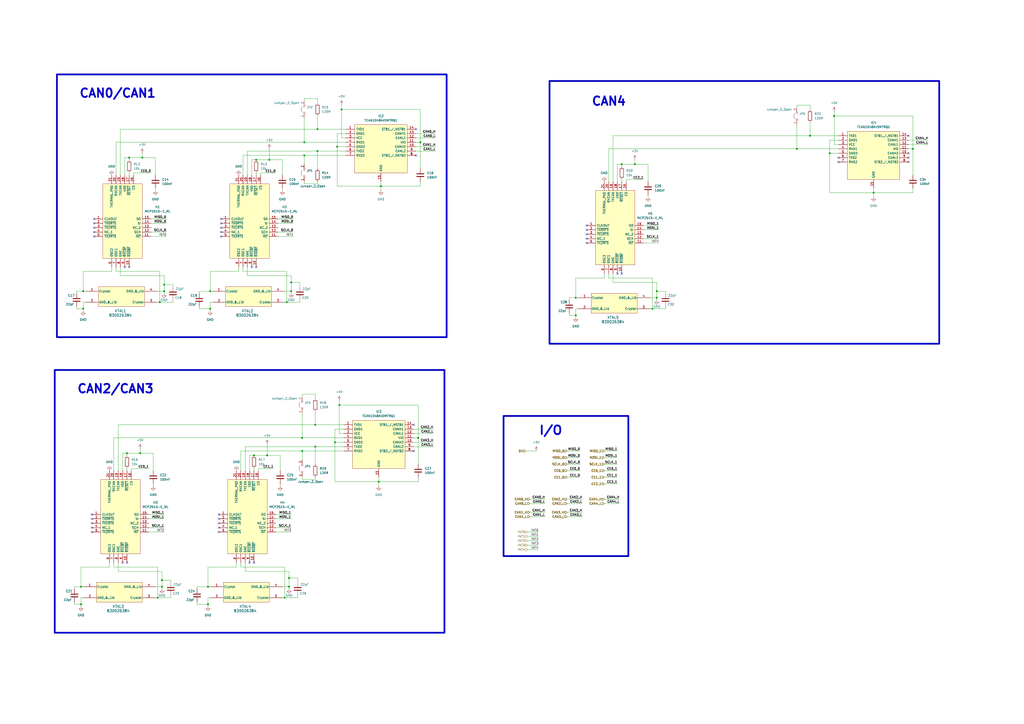
<source format=kicad_sch>
(kicad_sch (version 20230121) (generator eeschema)
  (paper "A2")
  (junction (at 168.91 168.91))
  (junction (at 176.53 90.17))
  (junction (at 182.88 259.08))
  (junction (at 242.57 254))
  (junction (at 91.44 346.71))
  (junction (at 121.92 179.07))
  (junction (at 167.64 335.28))
  (junction (at 381 172.72))
  (junction (at 168.91 163.83))
  (junction (at 48.26 168.91))
  (junction (at 121.92 168.91))
  (junction (at 176.53 82.55))
  (junction (at 182.88 246.38))
  (junction (at 166.37 175.26))
  (junction (at 220.98 107.95))
  (junction (at 184.15 87.63))
  (junction (at 93.98 336.55))
  (junction (at 148.59 92.71))
  (junction (at 74.93 91.44))
  (junction (at 481.33 88.9))
  (junction (at 378.46 179.07))
  (junction (at 167.64 340.36))
  (junction (at 46.99 350.52))
  (junction (at 95.25 168.91))
  (junction (at 198.12 63.5))
  (junction (at 194.31 256.54))
  (junction (at 506.73 111.76))
  (junction (at 381 168.91))
  (junction (at 93.98 340.36))
  (junction (at 48.26 179.07))
  (junction (at 184.15 74.93))
  (junction (at 219.71 279.4))
  (junction (at 82.55 91.44))
  (junction (at 195.58 85.09))
  (junction (at 81.28 262.89))
  (junction (at 529.59 86.36))
  (junction (at 156.21 92.71))
  (junction (at 95.25 165.1))
  (junction (at 469.9 78.74))
  (junction (at 92.71 175.26))
  (junction (at 334.01 182.88))
  (junction (at 334.01 172.72))
  (junction (at 165.1 346.71))
  (junction (at 175.26 261.62))
  (junction (at 483.87 67.31))
  (junction (at 154.94 264.16))
  (junction (at 462.28 86.36))
  (junction (at 243.84 82.55))
  (junction (at 120.65 340.36))
  (junction (at 196.85 234.95))
  (junction (at 147.32 264.16))
  (junction (at 368.3 95.25))
  (junction (at 73.66 262.89))
  (junction (at 175.26 254))
  (junction (at 46.99 340.36))
  (junction (at 360.68 95.25))
  (junction (at 120.65 350.52))
  (no_connect (at 527.05 78.74))
  (no_connect (at 358.14 158.75))
  (no_connect (at 340.36 140.97))
  (no_connect (at 240.03 246.38))
  (no_connect (at 240.03 261.62))
  (no_connect (at 241.3 74.93))
  (no_connect (at 127 298.45))
  (no_connect (at 74.93 154.94))
  (no_connect (at 72.39 154.94))
  (no_connect (at 53.34 308.61))
  (no_connect (at 53.34 300.99))
  (no_connect (at 128.27 134.62))
  (no_connect (at 340.36 138.43))
  (no_connect (at 54.61 137.16))
  (no_connect (at 128.27 137.16))
  (no_connect (at 486.41 93.98))
  (no_connect (at 127 300.99))
  (no_connect (at 486.41 91.44))
  (no_connect (at 527.05 91.44))
  (no_connect (at 73.66 326.39))
  (no_connect (at 340.36 133.35))
  (no_connect (at 53.34 298.45))
  (no_connect (at 146.05 154.94))
  (no_connect (at 148.59 154.94))
  (no_connect (at 127 303.53))
  (no_connect (at 54.61 129.54))
  (no_connect (at 360.68 158.75))
  (no_connect (at 71.12 326.39))
  (no_connect (at 53.34 303.53))
  (no_connect (at 128.27 132.08))
  (no_connect (at 127 306.07))
  (no_connect (at 128.27 129.54))
  (no_connect (at 54.61 134.62))
  (no_connect (at 527.05 88.9))
  (no_connect (at 53.34 306.07))
  (no_connect (at 144.78 326.39))
  (no_connect (at 54.61 132.08))
  (no_connect (at 128.27 127))
  (no_connect (at 147.32 326.39))
  (no_connect (at 340.36 130.81))
  (no_connect (at 340.36 135.89))
  (no_connect (at 127 308.61))
  (no_connect (at 241.3 90.17))
  (no_connect (at 54.61 127))
  (no_connect (at 527.05 93.98))
  (wire (pts (xy 483.87 64.77) (xy 483.87 67.31)))
  (wire (pts (xy 483.87 67.31) (xy 483.87 83.82)))
  (wire (pts (xy 139.7 261.62) (xy 139.7 273.05)))
  (wire (pts (xy 373.38 140.97) (xy 382.27 140.97)))
  (wire (pts (xy 86.36 300.99) (xy 95.25 300.99)))
  (wire (pts (xy 91.44 346.71) (xy 90.17 346.71)))
  (wire (pts (xy 148.59 100.33) (xy 148.59 101.6)))
  (wire (pts (xy 173.99 175.26) (xy 166.37 175.26)))
  (wire (pts (xy 64.77 157.48) (xy 64.77 154.94)))
  (wire (pts (xy 115.57 179.07) (xy 121.92 179.07)))
  (wire (pts (xy 328.93 273.05) (xy 336.55 273.05)))
  (wire (pts (xy 527.05 86.36) (xy 529.59 86.36)))
  (wire (pts (xy 43.18 340.36) (xy 46.99 340.36)))
  (wire (pts (xy 149.86 271.78) (xy 149.86 273.05)))
  (wire (pts (xy 142.24 331.47) (xy 167.64 331.47)))
  (wire (pts (xy 77.47 100.33) (xy 77.47 101.6)))
  (wire (pts (xy 368.3 92.71) (xy 368.3 95.25)))
  (wire (pts (xy 242.57 276.86) (xy 242.57 279.4)))
  (wire (pts (xy 330.2 172.72) (xy 334.01 172.72)))
  (wire (pts (xy 184.15 87.63) (xy 200.66 87.63)))
  (wire (pts (xy 304.8 261.62) (xy 311.15 261.62)))
  (wire (pts (xy 240.03 254) (xy 242.57 254)))
  (wire (pts (xy 91.44 168.91) (xy 95.25 168.91)))
  (wire (pts (xy 240.03 259.08) (xy 251.46 259.08)))
  (wire (pts (xy 81.28 260.35) (xy 81.28 262.89)))
  (wire (pts (xy 120.65 350.52) (xy 120.65 346.71)))
  (wire (pts (xy 176.53 90.17) (xy 200.66 90.17)))
  (wire (pts (xy 196.85 234.95) (xy 196.85 251.46)))
  (wire (pts (xy 165.1 168.91) (xy 168.91 168.91)))
  (wire (pts (xy 241.3 77.47) (xy 252.73 77.47)))
  (wire (pts (xy 95.25 160.02) (xy 95.25 165.1)))
  (wire (pts (xy 93.98 331.47) (xy 93.98 336.55)))
  (wire (pts (xy 243.84 63.5) (xy 198.12 63.5)))
  (wire (pts (xy 120.65 340.36) (xy 120.65 328.93)))
  (wire (pts (xy 100.33 173.99) (xy 100.33 175.26)))
  (wire (pts (xy 140.97 157.48) (xy 140.97 154.94)))
  (wire (pts (xy 358.14 95.25) (xy 358.14 105.41)))
  (wire (pts (xy 355.6 105.41) (xy 355.6 78.74)))
  (wire (pts (xy 328.93 299.72) (xy 337.82 299.72)))
  (wire (pts (xy 48.26 168.91) (xy 48.26 157.48)))
  (wire (pts (xy 93.98 340.36) (xy 93.98 341.63)))
  (wire (pts (xy 306.07 313.69) (xy 312.42 313.69)))
  (wire (pts (xy 160.02 300.99) (xy 168.91 300.99)))
  (wire (pts (xy 139.7 328.93) (xy 139.7 326.39)))
  (wire (pts (xy 375.92 105.41) (xy 375.92 95.25)))
  (wire (pts (xy 381 172.72) (xy 381 173.99)))
  (wire (pts (xy 194.31 248.92) (xy 194.31 256.54)))
  (wire (pts (xy 156.21 92.71) (xy 163.83 92.71)))
  (wire (pts (xy 160.02 306.07) (xy 168.91 306.07)))
  (wire (pts (xy 81.28 262.89) (xy 73.66 262.89)))
  (wire (pts (xy 48.26 340.36) (xy 46.99 340.36)))
  (wire (pts (xy 114.3 350.52) (xy 120.65 350.52)))
  (wire (pts (xy 200.66 77.47) (xy 195.58 77.47)))
  (wire (pts (xy 63.5 328.93) (xy 63.5 326.39)))
  (wire (pts (xy 68.58 246.38) (xy 182.88 246.38)))
  (wire (pts (xy 44.45 179.07) (xy 48.26 179.07)))
  (wire (pts (xy 360.68 95.25) (xy 360.68 96.52)))
  (wire (pts (xy 175.26 229.87) (xy 175.26 228.6)))
  (wire (pts (xy 69.85 74.93) (xy 184.15 74.93)))
  (wire (pts (xy 220.98 105.41) (xy 220.98 107.95)))
  (wire (pts (xy 168.91 163.83) (xy 168.91 168.91)))
  (wire (pts (xy 334.01 184.15) (xy 334.01 182.88)))
  (wire (pts (xy 72.39 91.44) (xy 74.93 91.44)))
  (wire (pts (xy 373.38 138.43) (xy 382.27 138.43)))
  (wire (pts (xy 195.58 107.95) (xy 220.98 107.95)))
  (wire (pts (xy 360.68 105.41) (xy 360.68 104.14)))
  (wire (pts (xy 87.63 129.54) (xy 96.52 129.54)))
  (wire (pts (xy 381 163.83) (xy 381 168.91)))
  (wire (pts (xy 175.26 254) (xy 66.04 254)))
  (wire (pts (xy 199.39 248.92) (xy 194.31 248.92)))
  (wire (pts (xy 350.52 289.56) (xy 359.41 289.56)))
  (wire (pts (xy 48.26 180.34) (xy 48.26 179.07)))
  (wire (pts (xy 176.53 82.55) (xy 67.31 82.55)))
  (wire (pts (xy 99.06 336.55) (xy 93.98 336.55)))
  (wire (pts (xy 350.52 276.86) (xy 358.14 276.86)))
  (wire (pts (xy 115.57 177.8) (xy 115.57 179.07)))
  (wire (pts (xy 156.21 92.71) (xy 148.59 92.71)))
  (wire (pts (xy 99.06 346.71) (xy 91.44 346.71)))
  (wire (pts (xy 241.3 87.63) (xy 252.73 87.63)))
  (wire (pts (xy 167.64 335.28) (xy 167.64 340.36)))
  (wire (pts (xy 143.51 87.63) (xy 184.15 87.63)))
  (wire (pts (xy 334.01 179.07) (xy 335.28 179.07)))
  (wire (pts (xy 95.25 168.91) (xy 95.25 170.18)))
  (wire (pts (xy 48.26 157.48) (xy 64.77 157.48)))
  (wire (pts (xy 462.28 60.96) (xy 469.9 60.96)))
  (wire (pts (xy 358.14 95.25) (xy 360.68 95.25)))
  (wire (pts (xy 176.53 58.42) (xy 176.53 57.15)))
  (wire (pts (xy 166.37 175.26) (xy 165.1 175.26)))
  (wire (pts (xy 184.15 67.31) (xy 184.15 74.93)))
  (wire (pts (xy 481.33 111.76) (xy 506.73 111.76)))
  (wire (pts (xy 48.26 179.07) (xy 48.26 175.26)))
  (wire (pts (xy 142.24 326.39) (xy 142.24 331.47)))
  (wire (pts (xy 87.63 127) (xy 96.52 127)))
  (wire (pts (xy 172.72 335.28) (xy 167.64 335.28)))
  (wire (pts (xy 46.99 340.36) (xy 46.99 328.93)))
  (wire (pts (xy 142.24 259.08) (xy 182.88 259.08)))
  (wire (pts (xy 121.92 179.07) (xy 121.92 175.26)))
  (wire (pts (xy 82.55 91.44) (xy 90.17 91.44)))
  (wire (pts (xy 46.99 328.93) (xy 63.5 328.93)))
  (wire (pts (xy 114.3 340.36) (xy 120.65 340.36)))
  (wire (pts (xy 378.46 179.07) (xy 377.19 179.07)))
  (wire (pts (xy 506.73 109.22) (xy 506.73 111.76)))
  (wire (pts (xy 220.98 107.95) (xy 243.84 107.95)))
  (wire (pts (xy 68.58 273.05) (xy 68.58 246.38)))
  (wire (pts (xy 175.26 240.03) (xy 175.26 254)))
  (wire (pts (xy 182.88 259.08) (xy 199.39 259.08)))
  (wire (pts (xy 184.15 106.68) (xy 176.53 106.68)))
  (wire (pts (xy 161.29 127) (xy 170.18 127)))
  (wire (pts (xy 334.01 182.88) (xy 334.01 179.07)))
  (wire (pts (xy 81.28 262.89) (xy 88.9 262.89)))
  (wire (pts (xy 334.01 172.72) (xy 334.01 161.29)))
  (wire (pts (xy 486.41 81.28) (xy 481.33 81.28)))
  (wire (pts (xy 69.85 101.6) (xy 69.85 74.93)))
  (wire (pts (xy 114.3 349.25) (xy 114.3 350.52)))
  (wire (pts (xy 243.84 82.55) (xy 243.84 63.5)))
  (wire (pts (xy 151.13 100.33) (xy 151.13 101.6)))
  (wire (pts (xy 328.93 297.18) (xy 337.82 297.18)))
  (wire (pts (xy 91.44 328.93) (xy 66.04 328.93)))
  (wire (pts (xy 462.28 86.36) (xy 353.06 86.36)))
  (wire (pts (xy 140.97 90.17) (xy 176.53 90.17)))
  (wire (pts (xy 166.37 157.48) (xy 140.97 157.48)))
  (wire (pts (xy 43.18 341.63) (xy 43.18 340.36)))
  (wire (pts (xy 486.41 86.36) (xy 462.28 86.36)))
  (wire (pts (xy 88.9 280.67) (xy 88.9 281.94)))
  (wire (pts (xy 194.31 279.4) (xy 219.71 279.4)))
  (wire (pts (xy 328.93 265.43) (xy 336.55 265.43)))
  (wire (pts (xy 100.33 175.26) (xy 92.71 175.26)))
  (wire (pts (xy 373.38 104.14) (xy 363.22 104.14)))
  (wire (pts (xy 69.85 160.02) (xy 95.25 160.02)))
  (wire (pts (xy 73.66 273.05) (xy 73.66 271.78)))
  (wire (pts (xy 184.15 105.41) (xy 184.15 106.68)))
  (wire (pts (xy 194.31 256.54) (xy 199.39 256.54)))
  (wire (pts (xy 506.73 111.76) (xy 506.73 114.3)))
  (wire (pts (xy 184.15 87.63) (xy 184.15 97.79)))
  (wire (pts (xy 144.78 264.16) (xy 144.78 273.05)))
  (wire (pts (xy 386.08 177.8) (xy 386.08 179.07)))
  (wire (pts (xy 121.92 157.48) (xy 138.43 157.48)))
  (wire (pts (xy 172.72 345.44) (xy 172.72 346.71)))
  (wire (pts (xy 242.57 254) (xy 242.57 269.24)))
  (wire (pts (xy 330.2 173.99) (xy 330.2 172.72)))
  (wire (pts (xy 100.33 165.1) (xy 95.25 165.1)))
  (wire (pts (xy 328.93 292.1) (xy 337.82 292.1)))
  (wire (pts (xy 162.56 273.05) (xy 162.56 264.16)))
  (wire (pts (xy 67.31 82.55) (xy 67.31 101.6)))
  (wire (pts (xy 381 168.91) (xy 381 172.72)))
  (wire (pts (xy 506.73 111.76) (xy 529.59 111.76)))
  (wire (pts (xy 161.29 137.16) (xy 170.18 137.16)))
  (wire (pts (xy 529.59 86.36) (xy 529.59 67.31)))
  (wire (pts (xy 74.93 101.6) (xy 74.93 100.33)))
  (wire (pts (xy 76.2 271.78) (xy 76.2 273.05)))
  (wire (pts (xy 120.65 346.71) (xy 121.92 346.71)))
  (wire (pts (xy 86.36 306.07) (xy 95.25 306.07)))
  (wire (pts (xy 353.06 86.36) (xy 353.06 105.41)))
  (wire (pts (xy 44.45 168.91) (xy 48.26 168.91)))
  (wire (pts (xy 350.52 265.43) (xy 358.14 265.43)))
  (wire (pts (xy 353.06 161.29) (xy 353.06 158.75)))
  (wire (pts (xy 154.94 264.16) (xy 162.56 264.16)))
  (wire (pts (xy 219.71 279.4) (xy 219.71 281.94)))
  (wire (pts (xy 173.99 173.99) (xy 173.99 175.26)))
  (wire (pts (xy 172.72 337.82) (xy 172.72 335.28)))
  (wire (pts (xy 198.12 80.01) (xy 200.66 80.01)))
  (wire (pts (xy 243.84 105.41) (xy 243.84 107.95)))
  (wire (pts (xy 114.3 341.63) (xy 114.3 340.36)))
  (wire (pts (xy 172.72 346.71) (xy 165.1 346.71)))
  (wire (pts (xy 176.53 105.41) (xy 176.53 106.68)))
  (wire (pts (xy 142.24 259.08) (xy 142.24 273.05)))
  (wire (pts (xy 368.3 95.25) (xy 360.68 95.25)))
  (wire (pts (xy 483.87 83.82) (xy 486.41 83.82)))
  (wire (pts (xy 176.53 68.58) (xy 176.53 82.55)))
  (wire (pts (xy 71.12 262.89) (xy 71.12 273.05)))
  (wire (pts (xy 241.3 85.09) (xy 252.73 85.09)))
  (wire (pts (xy 121.92 180.34) (xy 121.92 179.07)))
  (wire (pts (xy 196.85 251.46) (xy 199.39 251.46)))
  (wire (pts (xy 68.58 331.47) (xy 93.98 331.47)))
  (wire (pts (xy 138.43 157.48) (xy 138.43 154.94)))
  (wire (pts (xy 306.07 318.77) (xy 312.42 318.77)))
  (wire (pts (xy 378.46 161.29) (xy 378.46 179.07)))
  (wire (pts (xy 307.34 299.72) (xy 316.23 299.72)))
  (wire (pts (xy 140.97 90.17) (xy 140.97 101.6)))
  (wire (pts (xy 115.57 168.91) (xy 121.92 168.91)))
  (wire (pts (xy 243.84 82.55) (xy 243.84 97.79)))
  (wire (pts (xy 182.88 228.6) (xy 182.88 231.14)))
  (wire (pts (xy 335.28 172.72) (xy 334.01 172.72)))
  (wire (pts (xy 307.34 289.56) (xy 316.23 289.56)))
  (wire (pts (xy 154.94 257.81) (xy 154.94 264.16)))
  (wire (pts (xy 198.12 60.96) (xy 198.12 63.5)))
  (wire (pts (xy 196.85 232.41) (xy 196.85 234.95)))
  (wire (pts (xy 363.22 104.14) (xy 363.22 105.41)))
  (wire (pts (xy 86.36 298.45) (xy 95.25 298.45)))
  (wire (pts (xy 195.58 77.47) (xy 195.58 85.09)))
  (wire (pts (xy 350.52 292.1) (xy 359.41 292.1)))
  (wire (pts (xy 87.63 137.16) (xy 96.52 137.16)))
  (wire (pts (xy 92.71 157.48) (xy 92.71 175.26)))
  (wire (pts (xy 86.36 308.61) (xy 95.25 308.61)))
  (wire (pts (xy 121.92 340.36) (xy 120.65 340.36)))
  (wire (pts (xy 328.93 269.24) (xy 336.55 269.24)))
  (wire (pts (xy 95.25 165.1) (xy 95.25 168.91)))
  (wire (pts (xy 137.16 328.93) (xy 137.16 326.39)))
  (wire (pts (xy 184.15 74.93) (xy 200.66 74.93)))
  (wire (pts (xy 165.1 328.93) (xy 165.1 346.71)))
  (wire (pts (xy 350.52 273.05) (xy 358.14 273.05)))
  (wire (pts (xy 91.44 328.93) (xy 91.44 346.71)))
  (wire (pts (xy 241.3 82.55) (xy 243.84 82.55)))
  (wire (pts (xy 46.99 351.79) (xy 46.99 350.52)))
  (wire (pts (xy 350.52 269.24) (xy 358.14 269.24)))
  (wire (pts (xy 167.64 331.47) (xy 167.64 335.28)))
  (wire (pts (xy 176.53 57.15) (xy 184.15 57.15)))
  (wire (pts (xy 527.05 81.28) (xy 538.48 81.28)))
  (wire (pts (xy 242.57 234.95) (xy 196.85 234.95)))
  (wire (pts (xy 219.71 279.4) (xy 242.57 279.4)))
  (wire (pts (xy 175.26 261.62) (xy 199.39 261.62)))
  (wire (pts (xy 355.6 78.74) (xy 469.9 78.74)))
  (wire (pts (xy 43.18 350.52) (xy 46.99 350.52)))
  (wire (pts (xy 182.88 276.86) (xy 182.88 278.13)))
  (wire (pts (xy 147.32 271.78) (xy 147.32 273.05)))
  (wire (pts (xy 146.05 92.71) (xy 146.05 101.6)))
  (wire (pts (xy 82.55 88.9) (xy 82.55 91.44)))
  (wire (pts (xy 529.59 86.36) (xy 529.59 101.6)))
  (wire (pts (xy 99.06 345.44) (xy 99.06 346.71)))
  (wire (pts (xy 121.92 175.26) (xy 123.19 175.26)))
  (wire (pts (xy 328.93 261.62) (xy 336.55 261.62)))
  (wire (pts (xy 527.05 83.82) (xy 538.48 83.82)))
  (wire (pts (xy 306.07 316.23) (xy 312.42 316.23)))
  (wire (pts (xy 68.58 326.39) (xy 68.58 331.47)))
  (wire (pts (xy 160.02 100.33) (xy 151.13 100.33)))
  (wire (pts (xy 154.94 264.16) (xy 147.32 264.16)))
  (wire (pts (xy 163.83 109.22) (xy 163.83 110.49)))
  (wire (pts (xy 240.03 251.46) (xy 251.46 251.46)))
  (wire (pts (xy 143.51 87.63) (xy 143.51 101.6)))
  (wire (pts (xy 168.91 160.02) (xy 168.91 163.83)))
  (wire (pts (xy 529.59 109.22) (xy 529.59 111.76)))
  (wire (pts (xy 462.28 62.23) (xy 462.28 60.96)))
  (wire (pts (xy 92.71 157.48) (xy 67.31 157.48)))
  (wire (pts (xy 328.93 276.86) (xy 336.55 276.86)))
  (wire (pts (xy 90.17 101.6) (xy 90.17 91.44)))
  (wire (pts (xy 156.21 86.36) (xy 156.21 92.71)))
  (wire (pts (xy 87.63 100.33) (xy 77.47 100.33)))
  (wire (pts (xy 386.08 179.07) (xy 378.46 179.07)))
  (wire (pts (xy 350.52 161.29) (xy 350.52 158.75)))
  (wire (pts (xy 88.9 273.05) (xy 88.9 262.89)))
  (wire (pts (xy 368.3 95.25) (xy 375.92 95.25)))
  (wire (pts (xy 99.06 337.82) (xy 99.06 336.55)))
  (wire (pts (xy 184.15 57.15) (xy 184.15 59.69)))
  (wire (pts (xy 87.63 134.62) (xy 96.52 134.62)))
  (wire (pts (xy 120.65 328.93) (xy 137.16 328.93)))
  (wire (pts (xy 163.83 101.6) (xy 163.83 92.71)))
  (wire (pts (xy 481.33 88.9) (xy 481.33 111.76)))
  (wire (pts (xy 375.92 113.03) (xy 375.92 114.3)))
  (wire (pts (xy 307.34 292.1) (xy 316.23 292.1)))
  (wire (pts (xy 529.59 67.31) (xy 483.87 67.31)))
  (wire (pts (xy 198.12 63.5) (xy 198.12 80.01)))
  (wire (pts (xy 350.52 280.67) (xy 358.14 280.67)))
  (wire (pts (xy 242.57 254) (xy 242.57 234.95)))
  (wire (pts (xy 182.88 238.76) (xy 182.88 246.38)))
  (wire (pts (xy 175.26 261.62) (xy 175.26 266.7)))
  (wire (pts (xy 167.64 340.36) (xy 167.64 341.63)))
  (wire (pts (xy 350.52 261.62) (xy 358.14 261.62)))
  (wire (pts (xy 462.28 72.39) (xy 462.28 86.36)))
  (wire (pts (xy 86.36 271.78) (xy 76.2 271.78)))
  (wire (pts (xy 334.01 161.29) (xy 350.52 161.29)))
  (wire (pts (xy 307.34 297.18) (xy 316.23 297.18)))
  (wire (pts (xy 378.46 161.29) (xy 353.06 161.29)))
  (wire (pts (xy 161.29 129.54) (xy 170.18 129.54)))
  (wire (pts (xy 240.03 256.54) (xy 251.46 256.54)))
  (wire (pts (xy 195.58 85.09) (xy 200.66 85.09)))
  (wire (pts (xy 165.1 346.71) (xy 163.83 346.71)))
  (wire (pts (xy 90.17 109.22) (xy 90.17 110.49)))
  (wire (pts (xy 175.26 276.86) (xy 175.26 278.13)))
  (wire (pts (xy 219.71 276.86) (xy 219.71 279.4)))
  (wire (pts (xy 44.45 170.18) (xy 44.45 168.91)))
  (wire (pts (xy 328.93 289.56) (xy 337.82 289.56)))
  (wire (pts (xy 158.75 271.78) (xy 149.86 271.78)))
  (wire (pts (xy 306.07 311.15) (xy 312.42 311.15)))
  (wire (pts (xy 160.02 298.45) (xy 168.91 298.45)))
  (wire (pts (xy 46.99 346.71) (xy 48.26 346.71)))
  (wire (pts (xy 481.33 88.9) (xy 486.41 88.9)))
  (wire (pts (xy 92.71 175.26) (xy 91.44 175.26)))
  (wire (pts (xy 161.29 134.62) (xy 170.18 134.62)))
  (wire (pts (xy 165.1 328.93) (xy 139.7 328.93)))
  (wire (pts (xy 144.78 264.16) (xy 147.32 264.16)))
  (wire (pts (xy 200.66 82.55) (xy 176.53 82.55)))
  (wire (pts (xy 123.19 168.91) (xy 121.92 168.91)))
  (wire (pts (xy 220.98 107.95) (xy 220.98 110.49)))
  (wire (pts (xy 469.9 71.12) (xy 469.9 78.74)))
  (wire (pts (xy 120.65 351.79) (xy 120.65 350.52)))
  (wire (pts (xy 67.31 157.48) (xy 67.31 154.94)))
  (wire (pts (xy 199.39 254) (xy 175.26 254)))
  (wire (pts (xy 90.17 340.36) (xy 93.98 340.36)))
  (wire (pts (xy 373.38 133.35) (xy 382.27 133.35)))
  (wire (pts (xy 139.7 261.62) (xy 175.26 261.62)))
  (wire (pts (xy 173.99 163.83) (xy 168.91 163.83)))
  (wire (pts (xy 386.08 168.91) (xy 381 168.91)))
  (wire (pts (xy 71.12 262.89) (xy 73.66 262.89)))
  (wire (pts (xy 176.53 90.17) (xy 176.53 95.25)))
  (wire (pts (xy 143.51 154.94) (xy 143.51 160.02)))
  (wire (pts (xy 73.66 262.89) (xy 73.66 264.16)))
  (wire (pts (xy 386.08 170.18) (xy 386.08 168.91)))
  (wire (pts (xy 66.04 254) (xy 66.04 273.05)))
  (wire (pts (xy 43.18 349.25) (xy 43.18 350.52)))
  (wire (pts (xy 330.2 181.61) (xy 330.2 182.88)))
  (wire (pts (xy 162.56 280.67) (xy 162.56 281.94)))
  (wire (pts (xy 306.07 308.61) (xy 312.42 308.61)))
  (wire (pts (xy 82.55 91.44) (xy 74.93 91.44)))
  (wire (pts (xy 93.98 336.55) (xy 93.98 340.36)))
  (wire (pts (xy 194.31 256.54) (xy 194.31 279.4)))
  (wire (pts (xy 481.33 81.28) (xy 481.33 88.9)))
  (wire (pts (xy 166.37 157.48) (xy 166.37 175.26)))
  (wire (pts (xy 143.51 160.02) (xy 168.91 160.02)))
  (wire (pts (xy 377.19 172.72) (xy 381 172.72)))
  (wire (pts (xy 49.53 168.91) (xy 48.26 168.91)))
  (wire (pts (xy 240.03 248.92) (xy 251.46 248.92)))
  (wire (pts (xy 69.85 154.94) (xy 69.85 160.02)))
  (wire (pts (xy 241.3 80.01) (xy 252.73 80.01)))
  (wire (pts (xy 182.88 246.38) (xy 199.39 246.38)))
  (wire (pts (xy 182.88 259.08) (xy 182.88 269.24)))
  (wire (pts (xy 146.05 92.71) (xy 148.59 92.71)))
  (wire (pts (xy 330.2 182.88) (xy 334.01 182.88)))
  (wire (pts (xy 100.33 166.37) (xy 100.33 165.1)))
  (wire (pts (xy 72.39 91.44) (xy 72.39 101.6)))
  (wire (pts (xy 469.9 78.74) (xy 486.41 78.74)))
  (wire (pts (xy 373.38 130.81) (xy 382.27 130.81)))
  (wire (pts (xy 46.99 350.52) (xy 46.99 346.71)))
  (wire (pts (xy 175.26 228.6) (xy 182.88 228.6)))
  (wire (pts (xy 173.99 166.37) (xy 173.99 163.83)))
  (wire (pts (xy 160.02 308.61) (xy 168.91 308.61)))
  (wire (pts (xy 44.45 177.8) (xy 44.45 179.07)))
  (wire (pts (xy 182.88 278.13) (xy 175.26 278.13)))
  (wire (pts (xy 469.9 60.96) (xy 469.9 63.5)))
  (wire (pts (xy 355.6 158.75) (xy 355.6 163.83)))
  (wire (pts (xy 121.92 168.91) (xy 121.92 157.48)))
  (wire (pts (xy 48.26 175.26) (xy 49.53 175.26)))
  (wire (pts (xy 195.58 85.09) (xy 195.58 107.95)))
  (wire (pts (xy 163.83 340.36) (xy 167.64 340.36)))
  (wire (pts (xy 168.91 168.91) (xy 168.91 170.18)))
  (wire (pts (xy 115.57 170.18) (xy 115.57 168.91)))
  (wire (pts (xy 355.6 163.83) (xy 381 163.83)))
  (wire (pts (xy 74.93 91.44) (xy 74.93 92.71)))
  (wire (pts (xy 66.04 328.93) (xy 66.04 326.39)))
  (rectangle (start 318.77 46.99) (end 544.83 199.39) (stroke (width 1)))
  (rectangle (start 292.1 241.3) (end 364.49 322.58) (stroke (width 1)))
  (rectangle (start 33.02 43.18) (end 259.08 195.58) (stroke (width 1)))
  (rectangle (start 31.75 214.63) (end 257.81 367.03) (stroke (width 1)))
  (text "CAN2/CAN3\n" (at 44.45 228.6 0) (effects (font (size 5 5) (thickness 1) bold) (justify left bottom)))
  (text "CAN4\n\n" (at 342.9 69.85 0) (effects (font (size 5 5) (thickness 1) bold) (justify left bottom)))
  (text "CAN0/CAN1\n" (at 45.72 57.15 0) (effects (font (size 5 5) (thickness 1) bold) (justify left bottom)))
  (text "I/O\n" (at 312.42 252.73 0) (effects (font (size 5 5) bold) (justify left bottom)))
  (label "SCLK_1" (at 168.91 306.07 180) (effects (font bold)))
  (label "SCLK_1" (at 382.27 138.43 180) (effects (font bold)))
  (label "CAN2_L" (at 251.46 251.46 180) (effects (font bold)))
  (label "CAN0_L" (at 316.23 292.1 180) (effects (font bold)))
  (label "MISO_0" (at 96.52 127 180) (effects (font bold)))
  (label "CAN4_H" (at 359.41 289.56 180) (effects (font bold)))
  (label "CAN4_H" (at 538.48 81.28 180) (effects (font bold)))
  (label "MOSI_1" (at 358.14 265.43 180) (effects (font bold)))
  (label "CE0_1" (at 86.36 271.78 180) (effects (font bold)))
  (label "MISO_1" (at 95.25 298.45 180) (effects (font bold)))
  (label "MISO_1" (at 358.14 261.62 180) (effects (font bold)))
  (label "CAN0_L" (at 252.73 80.01 180) (effects (font bold)))
  (label "INT1" (at 312.42 311.15 180))
  (label "CAN3_L" (at 251.46 259.08 180) (effects (font bold)))
  (label "SCLK_0" (at 170.18 134.62 180) (effects (font bold)))
  (label "CAN1_H" (at 316.23 297.18 180) (effects (font bold)))
  (label "INT2" (at 95.25 308.61 180))
  (label "CAN3_H" (at 251.46 256.54 180) (effects (font bold)))
  (label "CE0_0" (at 336.55 273.05 180) (effects (font bold)))
  (label "MOSI_0" (at 170.18 129.54 180) (effects (font bold)))
  (label "CAN2_L" (at 337.82 292.1 180) (effects (font bold)))
  (label "MOSI_0" (at 96.52 129.54 180) (effects (font bold)))
  (label "SCLK_1" (at 358.14 269.24 180) (effects (font bold)))
  (label "MISO_0" (at 170.18 127 180) (effects (font bold)))
  (label "CAN4_L" (at 538.48 83.82 180) (effects (font bold)))
  (label "CAN1_L" (at 316.23 299.72 180) (effects (font bold)))
  (label "MOSI_1" (at 382.27 133.35 180) (effects (font bold)))
  (label "SCLK_1" (at 95.25 306.07 180) (effects (font bold)))
  (label "CE0_1" (at 358.14 273.05 180) (effects (font bold)))
  (label "CAN1_H" (at 252.73 85.09 180) (effects (font bold)))
  (label "MOSI_0" (at 336.55 265.43 180) (effects (font bold)))
  (label "INT0" (at 96.52 137.16 180))
  (label "CAN1_L" (at 252.73 87.63 180) (effects (font bold)))
  (label "INT2" (at 312.42 313.69 180))
  (label "CAN4_L" (at 359.41 292.1 180) (effects (font bold)))
  (label "INT3" (at 312.42 316.23 180))
  (label "MOSI_1" (at 95.25 300.99 180) (effects (font bold)))
  (label "CE2_1" (at 358.14 280.67 180) (effects (font bold)))
  (label "CAN2_H" (at 251.46 248.92 180) (effects (font bold)))
  (label "CE1_1" (at 358.14 276.86 180) (effects (font bold)))
  (label "SCLK_0" (at 96.52 134.62 180) (effects (font bold)))
  (label "INT1" (at 170.18 137.16 180))
  (label "MOSI_1" (at 168.91 300.99 180) (effects (font bold)))
  (label "CE2_1" (at 373.38 104.14 180) (effects (font bold)))
  (label "CAN0_H" (at 252.73 77.47 180) (effects (font bold)))
  (label "INT0" (at 312.42 308.61 180))
  (label "CAN3_L" (at 337.82 299.72 180) (effects (font bold)))
  (label "CAN3_H" (at 337.82 297.18 180) (effects (font bold)))
  (label "CAN2_H" (at 337.82 289.56 180) (effects (font bold)))
  (label "MISO_1" (at 168.91 298.45 180) (effects (font bold)))
  (label "INT3" (at 168.91 308.61 180))
  (label "CE0_0" (at 87.63 100.33 180) (effects (font bold)))
  (label "MISO_0" (at 336.55 261.62 180) (effects (font bold)))
  (label "CE1_0" (at 336.55 276.86 180) (effects (font bold)))
  (label "CE1_0" (at 160.02 100.33 180) (effects (font bold)))
  (label "SCLK_0" (at 336.55 269.24 180) (effects (font bold)))
  (label "INT4" (at 312.42 318.77 180))
  (label "CE1_1" (at 158.75 271.78 180) (effects (font bold)))
  (label "INT4" (at 382.27 140.97 180))
  (label "CAN0_H" (at 316.23 289.56 180) (effects (font bold)))
  (label "MISO_1" (at 382.27 130.81 180) (effects (font bold)))
  (hierarchical_label "CAN3_H" (shape input) (at 328.93 297.18 180) (effects (font bold)))
  (hierarchical_label "5V" (shape input) (at 304.8 261.62 180) (effects (font bold)))
  (hierarchical_label "CAN2_H" (shape input) (at 328.93 289.56 180) (effects (font bold)))
  (hierarchical_label "CE0_1" (shape input) (at 350.52 273.05 180) (effects (font bold)))
  (hierarchical_label "CAN0_L" (shape input) (at 307.34 292.1 180) (effects (font bold)))
  (hierarchical_label "SCLK_1" (shape input) (at 350.52 269.24 180) (effects (font bold)))
  (hierarchical_label "CE2_1" (shape input) (at 350.52 280.67 180) (effects (font bold)))
  (hierarchical_label "INT2" (shape input) (at 306.07 313.69 180))
  (hierarchical_label "CAN1_L" (shape input) (at 307.34 299.72 180) (effects (font bold)))
  (hierarchical_label "INT1" (shape input) (at 306.07 311.15 180))
  (hierarchical_label "MOSI_1" (shape input) (at 350.52 265.43 180) (effects (font bold)))
  (hierarchical_label "CAN0_H" (shape input) (at 307.34 289.56 180) (effects (font bold)))
  (hierarchical_label "INT3" (shape input) (at 306.07 316.23 180))
  (hierarchical_label "INT0" (shape input) (at 306.07 308.61 180))
  (hierarchical_label "INT4" (shape input) (at 306.07 318.77 180))
  (hierarchical_label "CAN2_L" (shape input) (at 328.93 292.1 180) (effects (font bold)))
  (hierarchical_label "CE1_1" (shape input) (at 350.52 276.86 180) (effects (font bold)))
  (hierarchical_label "MOSI_0" (shape input) (at 328.93 265.43 180) (effects (font bold)))
  (hierarchical_label "MISO_0" (shape input) (at 328.93 261.62 180) (effects (font bold)))
  (hierarchical_label "CE1_0" (shape input) (at 328.93 276.86 180) (effects (font bold)))
  (hierarchical_label "MISO_1" (shape input) (at 350.52 261.62 180) (effects (font bold)))
  (hierarchical_label "CAN4_L" (shape input) (at 350.52 292.1 180) (effects (font bold)))
  (hierarchical_label "SCLK_0" (shape input) (at 328.93 269.24 180) (effects (font bold)))
  (hierarchical_label "CE0_0" (shape input) (at 328.93 273.05 180) (effects (font bold)))
  (hierarchical_label "CAN1_H" (shape input) (at 307.34 297.18 180) (effects (font bold)))
  (hierarchical_label "CAN4_H" (shape input) (at 350.52 289.56 180) (effects (font bold)))
  (hierarchical_label "CAN3_L" (shape input) (at 328.93 299.72 180) (effects (font bold)))
  (symbol (lib_id "power:+5V") (at 82.55 88.9 0) (unit 1)
    (property "Reference" "#PWR08" (effects hide))
    (property "Value" "+5V" (at 82.55 83.82 0))
  )
  (symbol (lib_id "power:GND") (at 120.65 351.79 0) (unit 1)
    (property "Reference" "#PWR021" (effects hide))
    (property "Value" "GND" (at 120.65 356.87 0))
  )
  (symbol (lib_id "power:+5V") (at 368.3 92.71 0) (unit 1)
    (property "Reference" "#PWR030" (effects hide))
    (property "Value" "+5V" (at 368.3 87.63 0))
  )
  (symbol (lib_id "Device:C") (at 114.3 345.44 0) (unit 1)
    (property "Reference" "C24" (at 109.22 342.9 0) (effects (justify left)))
    (property "Value" "22pF" (at 107.95 347.98 0) (effects (justify left)))
    (property "Footprint" "Capacitor_SMD:C_0805_2012Metric_Pad1.18x1.45mm_HandSolder" (effects hide))
  )
  (symbol (lib_id "Device:R") (at 73.66 267.97 0) (unit 1)
    (property "Reference" "R16" (at 76.2 266.7 0) (effects (justify left)))
    (property "Value" "10k" (at 76.2 269.24 0) (effects (justify left)))
    (property "Footprint" "Resistor_SMD:R_0805_2012Metric_Pad1.20x1.40mm_HandSolder" (effects hide))
  )
  (symbol (lib_id "power:GND") (at 334.01 184.15 0) (unit 1)
    (property "Reference" "#PWR028" (effects hide))
    (property "Value" "GND" (at 334.01 189.23 0))
  )
  (symbol (lib_id "Device:C") (at 529.59 105.41 0) (unit 1)
    (property "Reference" "C34" (at 533.4 104.14 0) (effects (justify left)))
    (property "Value" "100nF" (at 533.4 106.68 0) (effects (justify left)))
    (property "Footprint" "Capacitor_SMD:C_0805_2012Metric_Pad1.18x1.45mm_HandSolder" (effects hide))
  )
  (symbol (lib_id "Device:C") (at 330.2 177.8 0) (unit 1)
    (property "Reference" "C28" (at 325.12 175.26 0) (effects (justify left)))
    (property "Value" "22pF" (at 323.85 180.34 0) (effects (justify left)))
    (property "Footprint" "Capacitor_SMD:C_0805_2012Metric_Pad1.18x1.45mm_HandSolder" (effects hide))
  )
  (symbol (lib_id "power:+5V") (at 198.12 60.96 0) (unit 1)
    (property "Reference" "#PWR010" (effects hide))
    (property "Value" "+5V" (at 198.12 55.88 0))
  )
  (symbol (lib_id "power:GND") (at 93.98 341.63 0) (unit 1)
    (property "Reference" "#PWR020" (effects hide))
    (property "Value" "GND" (at 93.98 345.44 0))
  )
  (symbol (lib_id "Device:C") (at 163.83 105.41 0) (unit 1)
    (property "Reference" "C15" (at 167.64 104.14 0) (effects (justify left)))
    (property "Value" "100nF" (at 167.64 106.68 0) (effects (justify left)))
    (property "Footprint" "Capacitor_SMD:C_0805_2012Metric_Pad1.18x1.45mm_HandSolder" (effects hide))
  )
  (symbol (lib_id "power:GND") (at 88.9 281.94 0) (unit 1)
    (property "Reference" "#PWR019" (effects hide))
    (property "Value" "GND" (at 88.9 287.02 0))
  )
  (symbol (lib_id "Samacsys:TCAN1048AVDMTRQ1") (at 199.39 246.38 0) (unit 1)
    (property "Reference" "IC3" (at 219.71 238.76 0))
    (property "Value" "TCAN1048AVDMTRQ1" (at 219.71 241.3 0))
    (property "Footprint" "Samacsys:SON65P300X450X100-15N-D" (effects hide))
    (property "Datasheet" "https://www.ti.com/lit/gpn/tcan1048av-q1" (effects hide))
    (property "Description" "Enhanced Automotive dual CAN transceiver with inverted Standby and 1.8-V I/O Support" (effects hide))
    (property "Height" "1" (effects hide))
    (property "Manufacturer_Name" "Texas Instruments" (effects hide))
    (property "Manufacturer_Part_Number" "TCAN1048AVDMTRQ1" (effects hide))
    (property "Mouser Part Number" "595-TCAN1048AVDMTRQ1" (effects hide))
    (property "Mouser Price/Stock" "https://www.mouser.co.uk/ProductDetail/Texas-Instruments/TCAN1048AVDMTRQ1?qs=doiCPypUmgHdAQ9GJsHDoQ%3D%3D" (effects hide))
    (property "Arrow Part Number" "TCAN1048AVDMTRQ1" (effects hide))
    (property "Arrow Price/Stock" "https://www.arrow.com/en/products/tcan1048avdmtrq1/texas-instruments?region=nac" (effects hide))
  )
  (symbol (lib_id "Samacsys:830026384") (at 41.91 171.45 0) (unit 1)
    (property "Reference" "XTAL1" (at 69.85 180.34 0) (effects (font (size 1.524 1.524))))
    (property "Value" "830026384" (at 69.85 182.88 0) (effects (font (size 1.524 1.524))))
    (property "Footprint" "Samacsys:SMT_026384_WRE-L" (effects hide))
    (property "Datasheet" "830026384" (effects hide))
  )
  (symbol (lib_id "Samacsys:MCP2515-E_ML") (at 128.27 127 0) (unit 1)
    (property "Reference" "H2" (at 165.1 120.0719 0))
    (property "Value" "MCP2515-E_ML" (at 165.1 122.6119 0))
    (property "Footprint" "Samacsys:QFN50P400X400X90-21N-D" (effects hide))
    (property "Datasheet" "https://componentsearchengine.com/Datasheets/2/MCP2515-E_ML.pdf" (effects hide))
    (property "Description" "Stand-Alone CAN Controller SPI QFN20 Microchip MCP2515-E/ML, CAN Controller 1MBps CAN 2.0B, 20-Pin QFN" (effects hide))
    (property "Height" "0.9" (effects hide))
    (property "Manufacturer_Name" "Microchip" (effects hide))
    (property "Manufacturer_Part_Number" "MCP2515-E/ML" (effects hide))
    (property "Mouser Part Number" "579-MCP2515-E/ML" (effects hide))
    (property "Mouser Price/Stock" "https://www.mouser.co.uk/ProductDetail/Microchip-Technology-Atmel/MCP2515-E-ML?qs=98WN%2FnWUQiQyuMapT%2Fw8qw%3D%3D" (effects hide))
    (property "Arrow Part Number" "MCP2515-E/ML" (effects hide))
    (property "Arrow Price/Stock" "https://www.arrow.com/en/products/mcp2515-eml/microchip-technology?region=nac" (effects hide))
  )
  (symbol (lib_id "Device:C") (at 173.99 170.18 180) (unit 1)
    (property "Reference" "C20" (at 179.07 172.72 0) (effects (justify left)))
    (property "Value" "22pF" (at 180.34 167.64 0) (effects (justify left)))
    (property "Footprint" "Capacitor_SMD:C_0805_2012Metric_Pad1.18x1.45mm_HandSolder" (effects hide))
  )
  (symbol (lib_id "power:+5V") (at 196.85 232.41 0) (unit 1)
    (property "Reference" "#PWR026" (effects hide))
    (property "Value" "+5V" (at 196.85 227.33 0))
  )
  (symbol (lib_id "power:GND") (at 46.99 351.79 0) (unit 1)
    (property "Reference" "#PWR016" (effects hide))
    (property "Value" "GND" (at 46.99 356.87 0))
  )
  (symbol (lib_id "power:GND") (at 163.83 110.49 0) (unit 1)
    (property "Reference" "#PWR09" (effects hide))
    (property "Value" "GND" (at 163.83 115.57 0))
  )
  (symbol (lib_id "Device:R") (at 182.88 273.05 0) (unit 1)
    (property "Reference" "R19" (at 185.42 271.78 0) (effects (justify left)))
    (property "Value" "120R" (at 185.42 274.32 0) (effects (justify left)))
    (property "Footprint" "Resistor_SMD:R_0805_2012Metric_Pad1.20x1.40mm_HandSolder" (effects hide))
  )
  (symbol (lib_id "Device:R") (at 469.9 67.31 0) (unit 1)
    (property "Reference" "R22" (at 472.44 66.04 0) (effects (justify left)))
    (property "Value" "120R" (at 472.44 68.58 0) (effects (justify left)))
    (property "Footprint" "Resistor_SMD:R_0805_2012Metric_Pad1.20x1.40mm_HandSolder" (effects hide))
  )
  (symbol (lib_id "power:GND") (at 219.71 281.94 0) (unit 1)
    (property "Reference" "#PWR027" (effects hide))
    (property "Value" "GND" (at 219.71 287.02 0))
  )
  (symbol (lib_id "Device:C") (at 172.72 341.63 180) (unit 1)
    (property "Reference" "C26" (at 177.8 344.17 0) (effects (justify left)))
    (property "Value" "22pF" (at 179.07 339.09 0) (effects (justify left)))
    (property "Footprint" "Capacitor_SMD:C_0805_2012Metric_Pad1.18x1.45mm_HandSolder" (effects hide))
  )
  (symbol (lib_id "Device:R") (at 147.32 267.97 0) (unit 1)
    (property "Reference" "R17" (at 149.86 266.7 0) (effects (justify left)))
    (property "Value" "10k" (at 149.86 269.24 0) (effects (justify left)))
    (property "Footprint" "Resistor_SMD:R_0805_2012Metric_Pad1.20x1.40mm_HandSolder" (effects hide))
  )
  (symbol (lib_id "power:GND") (at 506.73 114.3 0) (unit 1)
    (property "Reference" "#PWR039" (effects hide))
    (property "Value" "GND" (at 506.73 119.38 0))
  )
  (symbol (lib_id "power:+5V") (at 311.15 261.62 0) (unit 1)
    (property "Reference" "#PWR07" (effects hide))
    (property "Value" "+5V" (at 311.15 256.54 0))
  )
  (symbol (lib_id "Samacsys:830026384") (at 115.57 171.45 0) (unit 1)
    (property "Reference" "XTAL2" (at 143.51 180.34 0) (effects (font (size 1.524 1.524))))
    (property "Value" "830026384" (at 143.51 182.88 0) (effects (font (size 1.524 1.524))))
    (property "Footprint" "Samacsys:SMT_026384_WRE-L" (effects hide))
    (property "Datasheet" "830026384" (effects hide))
  )
  (symbol (lib_id "Samacsys:TCAN1048AVDMTRQ1") (at 486.41 78.74 0) (unit 1)
    (property "Reference" "IC4" (at 506.73 71.12 0))
    (property "Value" "TCAN1048AVDMTRQ1" (at 506.73 73.66 0))
    (property "Footprint" "Samacsys:SON65P300X450X100-15N-D" (effects hide))
    (property "Datasheet" "https://www.ti.com/lit/gpn/tcan1048av-q1" (effects hide))
    (property "Description" "Enhanced Automotive dual CAN transceiver with inverted Standby and 1.8-V I/O Support" (effects hide))
    (property "Height" "1" (effects hide))
    (property "Manufacturer_Name" "Texas Instruments" (effects hide))
    (property "Manufacturer_Part_Number" "TCAN1048AVDMTRQ1" (effects hide))
    (property "Mouser Part Number" "595-TCAN1048AVDMTRQ1" (effects hide))
    (property "Mouser Price/Stock" "https://www.mouser.co.uk/ProductDetail/Texas-Instruments/TCAN1048AVDMTRQ1?qs=doiCPypUmgHdAQ9GJsHDoQ%3D%3D" (effects hide))
    (property "Arrow Part Number" "TCAN1048AVDMTRQ1" (effects hide))
    (property "Arrow Price/Stock" "https://www.arrow.com/en/products/tcan1048avdmtrq1/texas-instruments?region=nac" (effects hide))
  )
  (symbol (lib_id "Device:C") (at 375.92 109.22 0) (unit 1)
    (property "Reference" "C29" (at 379.73 107.95 0) (effects (justify left)))
    (property "Value" "100nF" (at 379.73 110.49 0) (effects (justify left)))
    (property "Footprint" "Capacitor_SMD:C_0805_2012Metric_Pad1.18x1.45mm_HandSolder" (effects hide))
  )
  (symbol (lib_id "Device:C") (at 90.17 105.41 0) (unit 1)
    (property "Reference" "C14" (at 93.98 104.14 0) (effects (justify left)))
    (property "Value" "100nF" (at 93.98 106.68 0) (effects (justify left)))
    (property "Footprint" "Capacitor_SMD:C_0805_2012Metric_Pad1.18x1.45mm_HandSolder" (effects hide))
  )
  (symbol (lib_id "Device:C") (at 243.84 101.6 0) (unit 1)
    (property "Reference" "C16" (at 247.65 100.33 0) (effects (justify left)))
    (property "Value" "100nF" (at 247.65 102.87 0) (effects (justify left)))
    (property "Footprint" "Capacitor_SMD:C_0805_2012Metric_Pad1.18x1.45mm_HandSolder" (effects hide))
  )
  (symbol (lib_id "Samacsys:830026384") (at 114.3 342.9 0) (unit 1)
    (property "Reference" "XTAL4" (at 142.24 351.79 0) (effects (font (size 1.524 1.524))))
    (property "Value" "830026384" (at 142.24 354.33 0) (effects (font (size 1.524 1.524))))
    (property "Footprint" "Samacsys:SMT_026384_WRE-L" (effects hide))
    (property "Datasheet" "830026384" (effects hide))
  )
  (symbol (lib_id "power:GND") (at 375.92 114.3 0) (unit 1)
    (property "Reference" "#PWR031" (effects hide))
    (property "Value" "GND" (at 375.92 119.38 0))
  )
  (symbol (lib_id "Device:C") (at 88.9 276.86 0) (unit 1)
    (property "Reference" "C22" (at 92.71 275.59 0) (effects (justify left)))
    (property "Value" "100nF" (at 92.71 278.13 0) (effects (justify left)))
    (property "Footprint" "Capacitor_SMD:C_0805_2012Metric_Pad1.18x1.45mm_HandSolder" (effects hide))
  )
  (symbol (lib_id "Device:C") (at 386.08 173.99 180) (unit 1)
    (property "Reference" "C30" (at 391.16 176.53 0) (effects (justify left)))
    (property "Value" "22pF" (at 392.43 171.45 0) (effects (justify left)))
    (property "Footprint" "Capacitor_SMD:C_0805_2012Metric_Pad1.18x1.45mm_HandSolder" (effects hide))
  )
  (symbol (lib_id "Samacsys:TCAN1048AVDMTRQ1") (at 200.66 74.93 0) (unit 1)
    (property "Reference" "IC2" (at 220.98 67.31 0))
    (property "Value" "TCAN1048AVDMTRQ1" (at 220.98 69.85 0))
    (property "Footprint" "Samacsys:SON65P300X450X100-15N-D" (effects hide))
    (property "Datasheet" "https://www.ti.com/lit/gpn/tcan1048av-q1" (effects hide))
    (property "Description" "Enhanced Automotive dual CAN transceiver with inverted Standby and 1.8-V I/O Support" (effects hide))
    (property "Height" "1" (effects hide))
    (property "Manufacturer_Name" "Texas Instruments" (effects hide))
    (property "Manufacturer_Part_Number" "TCAN1048AVDMTRQ1" (effects hide))
    (property "Mouser Part Number" "595-TCAN1048AVDMTRQ1" (effects hide))
    (property "Mouser Price/Stock" "https://www.mouser.co.uk/ProductDetail/Texas-Instruments/TCAN1048AVDMTRQ1?qs=doiCPypUmgHdAQ9GJsHDoQ%3D%3D" (effects hide))
    (property "Arrow Part Number" "TCAN1048AVDMTRQ1" (effects hide))
    (property "Arrow Price/Stock" "https://www.arrow.com/en/products/tcan1048avdmtrq1/texas-instruments?region=nac" (effects hide))
  )
  (symbol (lib_id "power:GND") (at 381 173.99 0) (unit 1)
    (property "Reference" "#PWR032" (effects hide))
    (property "Value" "GND" (at 381 177.8 0))
  )
  (symbol (lib_id "Device:C") (at 115.57 173.99 0) (unit 1)
    (property "Reference" "C19" (at 110.49 171.45 0) (effects (justify left)))
    (property "Value" "22pF" (at 109.22 176.53 0) (effects (justify left)))
    (property "Footprint" "Capacitor_SMD:C_0805_2012Metric_Pad1.18x1.45mm_HandSolder" (effects hide))
  )
  (symbol (lib_id "power:GND") (at 220.98 110.49 0) (unit 1)
    (property "Reference" "#PWR011" (effects hide))
    (property "Value" "GND" (at 220.98 115.57 0))
  )
  (symbol (lib_id "power:+5V") (at 154.94 257.81 0) (unit 1)
    (property "Reference" "#PWR023" (effects hide))
    (property "Value" "+5V" (at 154.94 252.73 0))
  )
  (symbol (lib_id "Jumper:Jumper_2_Open") (at 176.53 63.5 90) (unit 1)
    (property "Reference" "JP2" (at 177.8 62.23 90) (effects (justify right)))
    (property "Value" "Jumper_2_Open" (at 158.75 59.69 90) (effects (justify right)))
    (property "Footprint" "Jumper:SolderJumper-2_P1.3mm_Open_RoundedPad1.0x1.5mm" (effects hide))
  )
  (symbol (lib_id "Device:C") (at 99.06 341.63 180) (unit 1)
    (property "Reference" "C23" (at 104.14 344.17 0) (effects (justify left)))
    (property "Value" "22pF" (at 105.41 339.09 0) (effects (justify left)))
    (property "Footprint" "Capacitor_SMD:C_0805_2012Metric_Pad1.18x1.45mm_HandSolder" (effects hide))
  )
  (symbol (lib_id "power:GND") (at 63.5 273.05 180) (unit 1)
    (property "Reference" "#PWR017" (effects hide))
    (property "Value" "GND" (at 63.5 267.97 0))
  )
  (symbol (lib_id "Samacsys:830026384") (at 40.64 342.9 0) (unit 1)
    (property "Reference" "XTAL3" (at 68.58 351.79 0) (effects (font (size 1.524 1.524))))
    (property "Value" "830026384" (at 68.58 354.33 0) (effects (font (size 1.524 1.524))))
    (property "Footprint" "Samacsys:SMT_026384_WRE-L" (effects hide))
    (property "Datasheet" "830026384" (effects hide))
  )
  (symbol (lib_id "Device:C") (at 242.57 273.05 0) (unit 1)
    (property "Reference" "C27" (at 246.38 271.78 0) (effects (justify left)))
    (property "Value" "100nF" (at 246.38 274.32 0) (effects (justify left)))
    (property "Footprint" "Capacitor_SMD:C_0805_2012Metric_Pad1.18x1.45mm_HandSolder" (effects hide))
  )
  (symbol (lib_id "Device:R") (at 184.15 101.6 0) (unit 1)
    (property "Reference" "R14" (at 186.69 100.33 0) (effects (justify left)))
    (property "Value" "120R" (at 186.69 102.87 0) (effects (justify left)))
    (property "Footprint" "Resistor_SMD:R_0805_2012Metric_Pad1.20x1.40mm_HandSolder" (effects hide))
  )
  (symbol (lib_id "power:GND") (at 162.56 281.94 0) (unit 1)
    (property "Reference" "#PWR024" (effects hide))
    (property "Value" "GND" (at 162.56 287.02 0))
  )
  (symbol (lib_id "Device:R") (at 184.15 63.5 0) (unit 1)
    (property "Reference" "R15" (at 186.69 62.23 0) (effects (justify left)))
    (property "Value" "120R" (at 186.69 64.77 0) (effects (justify left)))
    (property "Footprint" "Resistor_SMD:R_0805_2012Metric_Pad1.20x1.40mm_HandSolder" (effects hide))
  )
  (symbol (lib_id "Jumper:Jumper_2_Open") (at 175.26 271.78 90) (unit 1)
    (property "Reference" "JP4" (at 176.53 270.51 90) (effects (justify right)))
    (property "Value" "Jumper_2_Open" (at 172.72 279.4 90) (effects (justify right)))
    (property "Footprint" "Jumper:SolderJumper-2_P1.3mm_Open_RoundedPad1.0x1.5mm" (effects hide))
  )
  (symbol (lib_id "power:GND") (at 95.25 170.18 0) (unit 1)
    (property "Reference" "#PWR04" (effects hide))
    (property "Value" "GND" (at 95.25 173.99 0))
  )
  (symbol (lib_id "power:GND") (at 350.52 105.41 180) (unit 1)
    (property "Reference" "#PWR029" (effects hide))
    (property "Value" "GND" (at 350.52 100.33 0))
  )
  (symbol (lib_id "Samacsys:MCP2515-E_ML") (at 340.36 130.81 0) (unit 1)
    (property "Reference" "H5" (at 377.19 123.8819 0))
    (property "Value" "MCP2515-E_ML" (at 377.19 126.4219 0))
    (property "Footprint" "Samacsys:QFN50P400X400X90-21N-D" (effects hide))
    (property "Datasheet" "https://componentsearchengine.com/Datasheets/2/MCP2515-E_ML.pdf" (effects hide))
    (property "Description" "Stand-Alone CAN Controller SPI QFN20 Microchip MCP2515-E/ML, CAN Controller 1MBps CAN 2.0B, 20-Pin QFN" (effects hide))
    (property "Height" "0.9" (effects hide))
    (property "Manufacturer_Name" "Microchip" (effects hide))
    (property "Manufacturer_Part_Number" "MCP2515-E/ML" (effects hide))
    (property "Mouser Part Number" "579-MCP2515-E/ML" (effects hide))
    (property "Mouser Price/Stock" "https://www.mouser.co.uk/ProductDetail/Microchip-Technology-Atmel/MCP2515-E-ML?qs=98WN%2FnWUQiQyuMapT%2Fw8qw%3D%3D" (effects hide))
    (property "Arrow Part Number" "MCP2515-E/ML" (effects hide))
    (property "Arrow Price/Stock" "https://www.arrow.com/en/products/mcp2515-eml/microchip-technology?region=nac" (effects hide))
  )
  (symbol (lib_id "Device:R") (at 148.59 96.52 0) (unit 1)
    (property "Reference" "R13" (at 151.13 95.25 0) (effects (justify left)))
    (property "Value" "10k" (at 151.13 97.79 0) (effects (justify left)))
    (property "Footprint" "Resistor_SMD:R_0805_2012Metric_Pad1.20x1.40mm_HandSolder" (effects hide))
  )
  (symbol (lib_id "Samacsys:MCP2515-E_ML") (at 53.34 298.45 0) (unit 1)
    (property "Reference" "H3" (at 90.17 291.5219 0))
    (property "Value" "MCP2515-E_ML" (at 90.17 294.0619 0))
    (property "Footprint" "Samacsys:QFN50P400X400X90-21N-D" (effects hide))
    (property "Datasheet" "https://componentsearchengine.com/Datasheets/2/MCP2515-E_ML.pdf" (effects hide))
    (property "Description" "Stand-Alone CAN Controller SPI QFN20 Microchip MCP2515-E/ML, CAN Controller 1MBps CAN 2.0B, 20-Pin QFN" (effects hide))
    (property "Height" "0.9" (effects hide))
    (property "Manufacturer_Name" "Microchip" (effects hide))
    (property "Manufacturer_Part_Number" "MCP2515-E/ML" (effects hide))
    (property "Mouser Part Number" "579-MCP2515-E/ML" (effects hide))
    (property "Mouser Price/Stock" "https://www.mouser.co.uk/ProductDetail/Microchip-Technology-Atmel/MCP2515-E-ML?qs=98WN%2FnWUQiQyuMapT%2Fw8qw%3D%3D" (effects hide))
    (property "Arrow Part Number" "MCP2515-E/ML" (effects hide))
    (property "Arrow Price/Stock" "https://www.arrow.com/en/products/mcp2515-eml/microchip-technology?region=nac" (effects hide))
  )
  (symbol (lib_id "Device:R") (at 74.93 96.52 0) (unit 1)
    (property "Reference" "R12" (at 77.47 95.25 0) (effects (justify left)))
    (property "Value" "10k" (at 77.47 97.79 0) (effects (justify left)))
    (property "Footprint" "Resistor_SMD:R_0805_2012Metric_Pad1.20x1.40mm_HandSolder" (effects hide))
  )
  (symbol (lib_id "power:+5V") (at 483.87 64.77 0) (unit 1)
    (property "Reference" "#PWR038" (effects hide))
    (property "Value" "+5V" (at 483.87 59.69 0))
  )
  (symbol (lib_id "power:GND") (at 138.43 101.6 180) (unit 1)
    (property "Reference" "#PWR015" (effects hide))
    (property "Value" "GND" (at 138.43 96.52 0))
  )
  (symbol (lib_id "power:GND") (at 48.26 180.34 0) (unit 1)
    (property "Reference" "#PWR03" (effects hide))
    (property "Value" "GND" (at 48.26 185.42 0))
  )
  (symbol (lib_id "power:GND") (at 167.64 341.63 0) (unit 1)
    (property "Reference" "#PWR025" (effects hide))
    (property "Value" "GND" (at 167.64 345.44 0))
  )
  (symbol (lib_id "Device:R") (at 360.68 100.33 0) (unit 1)
    (property "Reference" "R20" (at 363.22 99.06 0) (effects (justify left)))
    (property "Value" "10k" (at 363.22 101.6 0) (effects (justify left)))
    (property "Footprint" "Resistor_SMD:R_0805_2012Metric_Pad1.20x1.40mm_HandSolder" (effects hide))
  )
  (symbol (lib_id "power:+5V") (at 81.28 260.35 0) (unit 1)
    (property "Reference" "#PWR018" (effects hide))
    (property "Value" "+5V" (at 81.28 255.27 0))
  )
  (symbol (lib_id "power:GND") (at 90.17 110.49 0) (unit 1)
    (property "Reference" "#PWR012" (effects hide))
    (property "Value" "GND" (at 90.17 115.57 0))
  )
  (symbol (lib_id "Device:C") (at 43.18 345.44 0) (unit 1)
    (property "Reference" "C21" (at 38.1 342.9 0) (effects (justify left)))
    (property "Value" "22pF" (at 36.83 347.98 0) (effects (justify left)))
    (property "Footprint" "Capacitor_SMD:C_0805_2012Metric_Pad1.18x1.45mm_HandSolder" (effects hide))
  )
  (symbol (lib_id "power:+5V") (at 156.21 86.36 0) (unit 1)
    (property "Reference" "#PWR013" (effects hide))
    (property "Value" "+5V" (at 156.21 81.28 0))
  )
  (symbol (lib_id "Device:C") (at 162.56 276.86 0) (unit 1)
    (property "Reference" "C25" (at 166.37 275.59 0) (effects (justify left)))
    (property "Value" "100nF" (at 166.37 278.13 0) (effects (justify left)))
    (property "Footprint" "Capacitor_SMD:C_0805_2012Metric_Pad1.18x1.45mm_HandSolder" (effects hide))
  )
  (symbol (lib_id "power:GND") (at 64.77 101.6 180) (unit 1)
    (property "Reference" "#PWR014" (effects hide))
    (property "Value" "GND" (at 64.77 96.52 0))
  )
  (symbol (lib_id "Jumper:Jumper_2_Open") (at 176.53 100.33 90) (unit 1)
    (property "Reference" "JP1" (at 177.8 99.06 90) (effects (justify right)))
    (property "Value" "Jumper_2_Open" (at 173.99 107.95 90) (effects (justify right)))
    (property "Footprint" "Jumper:SolderJumper-2_P1.3mm_Open_RoundedPad1.0x1.5mm" (effects hide))
  )
  (symbol (lib_id "Device:C") (at 44.45 173.99 0) (unit 1)
    (property "Reference" "C17" (at 39.37 171.45 0) (effects (justify left)))
    (property "Value" "22pF" (at 38.1 176.53 0) (effects (justify left)))
    (property "Footprint" "Capacitor_SMD:C_0805_2012Metric_Pad1.18x1.45mm_HandSolder" (effects hide))
  )
  (symbol (lib_id "Device:C") (at 100.33 170.18 180) (unit 1)
    (property "Reference" "C18" (at 105.41 172.72 0) (effects (justify left)))
    (property "Value" "22pF" (at 106.68 167.64 0) (effects (justify left)))
    (property "Footprint" "Capacitor_SMD:C_0805_2012Metric_Pad1.18x1.45mm_HandSolder" (effects hide))
  )
  (symbol (lib_id "power:GND") (at 137.16 273.05 180) (unit 1)
    (property "Reference" "#PWR022" (effects hide))
    (property "Value" "GND" (at 137.16 267.97 0))
  )
  (symbol (lib_id "Samacsys:MCP2515-E_ML") (at 54.61 127 0) (unit 1)
    (property "Reference" "H1" (at 91.44 120.0719 0))
    (property "Value" "MCP2515-E_ML" (at 91.44 122.6119 0))
    (property "Footprint" "Samacsys:QFN50P400X400X90-21N-D" (effects hide))
    (property "Datasheet" "https://componentsearchengine.com/Datasheets/2/MCP2515-E_ML.pdf" (effects hide))
    (property "Description" "Stand-Alone CAN Controller SPI QFN20 Microchip MCP2515-E/ML, CAN Controller 1MBps CAN 2.0B, 20-Pin QFN" (effects hide))
    (property "Height" "0.9" (effects hide))
    (property "Manufacturer_Name" "Microchip" (effects hide))
    (property "Manufacturer_Part_Number" "MCP2515-E/ML" (effects hide))
    (property "Mouser Part Number" "579-MCP2515-E/ML" (effects hide))
    (property "Mouser Price/Stock" "https://www.mouser.co.uk/ProductDetail/Microchip-Technology-Atmel/MCP2515-E-ML?qs=98WN%2FnWUQiQyuMapT%2Fw8qw%3D%3D" (effects hide))
    (property "Arrow Part Number" "MCP2515-E/ML" (effects hide))
    (property "Arrow Price/Stock" "https://www.arrow.com/en/products/mcp2515-eml/microchip-technology?region=nac" (effects hide))
  )
  (symbol (lib_id "Jumper:Jumper_2_Open") (at 175.26 234.95 90) (unit 1)
    (property "Reference" "JP3" (at 176.53 233.68 90) (effects (justify right)))
    (property "Value" "Jumper_2_Open" (at 157.48 231.14 90) (effects (justify right)))
    (property "Footprint" "Jumper:SolderJumper-2_P1.3mm_Open_RoundedPad1.0x1.5mm" (effects hide))
  )
  (symbol (lib_id "Samacsys:830026384") (at 327.66 175.26 0) (unit 1)
    (property "Reference" "XTAL5" (at 355.6 184.15 0) (effects (font (size 1.524 1.524))))
    (property "Value" "830026384" (at 355.6 186.69 0) (effects (font (size 1.524 1.524))))
    (property "Footprint" "Samacsys:SMT_026384_WRE-L" (effects hide))
    (property "Datasheet" "830026384" (effects hide))
  )
  (symbol (lib_id "power:GND") (at 121.92 180.34 0) (unit 1)
    (property "Reference" "#PWR05" (effects hide))
    (property "Value" "GND" (at 121.92 185.42 0))
  )
  (symbol (lib_id "power:GND") (at 168.91 170.18 0) (unit 1)
    (property "Reference" "#PWR06" (effects hide))
    (property "Value" "GND" (at 168.91 173.99 0))
  )
  (symbol (lib_id "Device:R") (at 182.88 234.95 0) (unit 1)
    (property "Reference" "R18" (at 185.42 233.68 0) (effects (justify left)))
    (property "Value" "120R" (at 185.42 236.22 0) (effects (justify left)))
    (property "Footprint" "Resistor_SMD:R_0805_2012Metric_Pad1.20x1.40mm_HandSolder" (effects hide))
  )
  (symbol (lib_id "Samacsys:MCP2515-E_ML") (at 127 298.45 0) (unit 1)
    (property "Reference" "H4" (at 163.83 291.5219 0))
    (property "Value" "MCP2515-E_ML" (at 163.83 294.0619 0))
    (property "Footprint" "Samacsys:QFN50P400X400X90-21N-D" (effects hide))
    (property "Datasheet" "https://componentsearchengine.com/Datasheets/2/MCP2515-E_ML.pdf" (effects hide))
    (property "Description" "Stand-Alone CAN Controller SPI QFN20 Microchip MCP2515-E/ML, CAN Controller 1MBps CAN 2.0B, 20-Pin QFN" (effects hide))
    (property "Height" "0.9" (effects hide))
    (property "Manufacturer_Name" "Microchip" (effects hide))
    (property "Manufacturer_Part_Number" "MCP2515-E/ML" (effects hide))
    (property "Mouser Part Number" "579-MCP2515-E/ML" (effects hide))
    (property "Mouser Price/Stock" "https://www.mouser.co.uk/ProductDetail/Microchip-Technology-Atmel/MCP2515-E-ML?qs=98WN%2FnWUQiQyuMapT%2Fw8qw%3D%3D" (effects hide))
    (property "Arrow Part Number" "MCP2515-E/ML" (effects hide))
    (property "Arrow Price/Stock" "https://www.arrow.com/en/products/mcp2515-eml/microchip-technology?region=nac" (effects hide))
  )
  (symbol (lib_id "Jumper:Jumper_2_Open") (at 462.28 67.31 90) (unit 1)
    (property "Reference" "JP5" (at 463.55 66.04 90) (effects (justify right)))
    (property "Value" "Jumper_2_Open" (at 444.5 63.5 90) (effects (justify right)))
    (property "Footprint" "Jumper:SolderJumper-2_P1.3mm_Open_RoundedPad1.0x1.5mm" (effects hide))
  )
)
</source>
